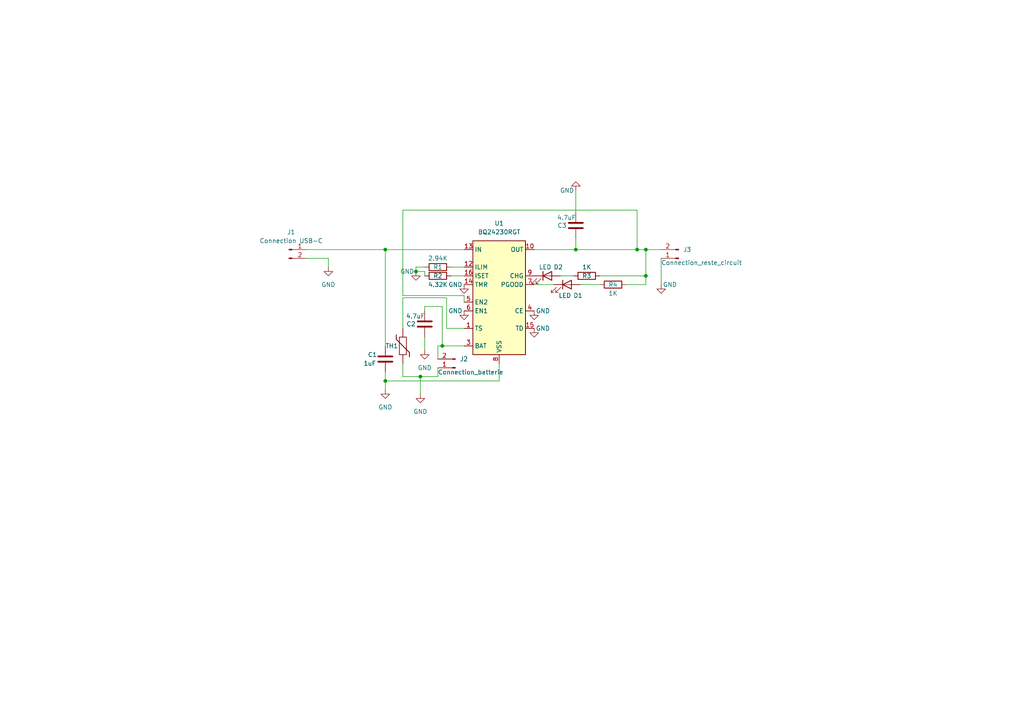
<source format=kicad_sch>
(kicad_sch (version 20211123) (generator eeschema)
  (paper "A4")
  (lib_symbols
    (symbol "Connector:Conn_01x02_Male" (pin_names (offset 1.016) hide)
      (property "Reference" "J" (at 0 2.54 0))
      (property "Value" "Conn_01x02_Male" (at 0 -5.08 0))
      (symbol "Conn_01x02_Male_1_1"
        (polyline (pts (xy 1.27 -2.54) (xy 0.8636 -2.54)) (stroke (width 0.1524)))
        (polyline (pts (xy 1.27 0) (xy 0.8636 0)) (stroke (width 0.1524)))
        (rectangle (start 0.8636 -2.413) (end 0 -2.667) (stroke (width 0.1524)) (fill (type outline)))
        (rectangle (start 0.8636 0.127) (end 0 -0.127) (stroke (width 0.1524)) (fill (type outline)))
        (pin passive line (at 5.08 0 180) (length 3.81) (name "Pin_1") (number "1"))
        (pin passive line (at 5.08 -2.54 180) (length 3.81) (name "Pin_2") (number "2"))
      )
    )
    (symbol "Device:C" (pin_numbers hide) (pin_names (offset 0.254))
      (property "Reference" "C" (at 0.635 2.54 0))
      (property "Value" "C" (at 0.635 -2.54 0))
      (symbol "C_0_1"
        (polyline (pts (xy -2.032 -0.762) (xy 2.032 -0.762)) (stroke (width 0.508)))
        (polyline (pts (xy -2.032 0.762) (xy 2.032 0.762)) (stroke (width 0.508)))
      )
      (symbol "C_1_1"
        (pin passive line (at 0 3.81 270) (length 2.794) (name "~") (number "1"))
        (pin passive line (at 0 -3.81 90) (length 2.794) (name "~") (number "2"))
      )
    )
    (symbol "Device:LED" (pin_numbers hide) (pin_names (offset 1.016) hide)
      (property "Reference" "D" (at 0 2.54 0))
      (property "Value" "LED" (at 0 -2.54 0))
      (symbol "LED_0_1"
        (polyline (pts (xy -1.27 -1.27) (xy -1.27 1.27)) (stroke (width 0.254)))
        (polyline (pts (xy -1.27 0) (xy 1.27 0)))
        (polyline (pts (xy 1.27 -1.27) (xy 1.27 1.27) (xy -1.27 0) (xy 1.27 -1.27)) (stroke (width 0.254)))
        (polyline (pts (xy -3.048 -0.762) (xy -4.572 -2.286) (xy -3.81 -2.286) (xy -4.572 -2.286) (xy -4.572 -1.524)))
        (polyline (pts (xy -1.778 -0.762) (xy -3.302 -2.286) (xy -2.54 -2.286) (xy -3.302 -2.286) (xy -3.302 -1.524)))
      )
      (symbol "LED_1_1"
        (pin passive line (at -3.81 0 0) (length 2.54) (name "K") (number "1"))
        (pin passive line (at 3.81 0 180) (length 2.54) (name "A") (number "2"))
      )
    )
    (symbol "Device:R" (pin_numbers hide) (pin_names (offset 0))
      (property "Reference" "R" (at 2.032 0 90))
      (property "Value" "R" (at 0 0 90))
      (symbol "R_0_1"
        (rectangle (start -1.016 -2.54) (end 1.016 2.54) (stroke (width 0.254)))
      )
      (symbol "R_1_1"
        (pin passive line (at 0 3.81 270) (length 1.27) (name "~") (number "1"))
        (pin passive line (at 0 -3.81 90) (length 1.27) (name "~") (number "2"))
      )
    )
    (symbol "Device:Thermistor" (pin_numbers hide) (pin_names (offset 0))
      (property "Reference" "TH" (at 2.54 1.27 90))
      (property "Value" "Thermistor" (at -2.54 0 90))
      (symbol "Thermistor_0_1"
        (rectangle (start -1.016 2.54) (end 1.016 -2.54) (stroke (width 0.2032)))
        (polyline (pts (xy -1.905 3.175) (xy -1.905 1.905) (xy 1.905 -1.905) (xy 1.905 -3.175) (xy 1.905 -3.175)) (stroke (width 0.254)))
      )
      (symbol "Thermistor_1_1"
        (pin passive line (at 0 5.08 270) (length 2.54) (name "~") (number "1"))
        (pin passive line (at 0 -5.08 90) (length 2.54) (name "~") (number "2"))
      )
    )
    (symbol "Power_Management:BQ24230RGT"
      (property "Reference" "U" (at -8.89 19.05 0))
      (property "Value" "BQ24230RGT" (at 5.08 19.05 0))
      (symbol "BQ24230RGT_0_1"
        (rectangle (start -7.62 17.78) (end 7.62 -15.24) (stroke (width 0.254)) (fill (type background)))
      )
      (symbol "BQ24230RGT_1_1"
        (pin passive line (at -10.16 -7.62 0) (length 2.54) (name "TS") (number "1"))
        (pin power_out line (at 10.16 15.24 180) (length 2.54) (name "OUT") (number "10"))
        (pin passive line (at 10.16 15.24 180) (length 2.54) hide (name "OUT") (number "11"))
        (pin passive line (at -10.16 10.16 0) (length 2.54) (name "ILIM") (number "12"))
        (pin power_in line (at -10.16 15.24 0) (length 2.54) (name "IN") (number "13"))
        (pin passive line (at -10.16 5.08 0) (length 2.54) (name "TMR") (number "14"))
        (pin input line (at 10.16 -7.62 180) (length 2.54) (name "TD") (number "15"))
        (pin passive line (at -10.16 7.62 0) (length 2.54) (name "ISET") (number "16"))
        (pin passive line (at 0 -17.78 90) (length 2.54) hide (name "VSS") (number "17"))
        (pin bidirectional line (at -10.16 -12.7 0) (length 2.54) hide (name "BAT") (number "2"))
        (pin bidirectional line (at -10.16 -12.7 0) (length 2.54) (name "BAT") (number "3"))
        (pin input line (at 10.16 -2.54 180) (length 2.54) (name "CE") (number "4"))
        (pin input line (at -10.16 0 0) (length 2.54) (name "EN2") (number "5"))
        (pin input line (at -10.16 -2.54 0) (length 2.54) (name "EN1") (number "6"))
        (pin open_collector line (at 10.16 5.08 180) (length 2.54) (name "PGOOD") (number "7"))
        (pin power_in line (at 0 -17.78 90) (length 2.54) (name "VSS") (number "8"))
        (pin open_collector line (at 10.16 7.62 180) (length 2.54) (name "CHG") (number "9"))
      )
    )
    (symbol "power:GND" (power) (pin_names (offset 0))
      (property "Value" "GND" (at 0 -3.81 0))
      (symbol "GND_0_1"
        (polyline (pts (xy 0 0) (xy 0 -1.27) (xy 1.27 -1.27) (xy 0 -2.54) (xy -1.27 -1.27) (xy 0 -1.27)))
      )
      (symbol "GND_1_1"
        (pin power_in line (at 0 0 270) (length 0) hide (name "GND") (number "1"))
      )
    )
  )
  (junction (at 167.005 72.39))
  (junction (at 111.76 72.39))
  (junction (at 187.325 72.39))
  (junction (at 121.92 109.22))
  (junction (at 184.785 72.39))
  (junction (at 111.76 110.49))
  (junction (at 120.65 78.74))
  (junction (at 128.27 100.33))
  (junction (at 187.325 80.01))
  (wire (pts (xy 116.84 109.22) (xy 121.92 109.22)))
  (wire (pts (xy 128.27 100.33) (xy 134.62 100.33)))
  (wire (pts (xy 173.99 80.01) (xy 187.325 80.01)))
  (wire (pts (xy 162.56 80.01) (xy 166.37 80.01)))
  (wire (pts (xy 144.78 110.49) (xy 144.78 105.41)))
  (wire (pts (xy 121.92 109.22) (xy 127 109.22)))
  (wire (pts (xy 127 100.33) (xy 128.27 100.33)))
  (wire (pts (xy 181.61 82.55) (xy 187.325 82.55)))
  (wire (pts (xy 167.005 69.215) (xy 167.005 72.39)))
  (wire (pts (xy 111.76 100.33) (xy 111.76 72.39)))
  (wire (pts (xy 184.785 60.96) (xy 184.785 72.39)))
  (wire (pts (xy 129.54 86.36) (xy 116.84 86.36)))
  (wire (pts (xy 129.54 95.25) (xy 129.54 86.36)))
  (wire (pts (xy 116.84 85.725) (xy 116.84 60.96)))
  (wire (pts (xy 111.76 107.95) (xy 111.76 110.49)))
  (wire (pts (xy 167.005 72.39) (xy 184.785 72.39)))
  (wire (pts (xy 120.65 77.47) (xy 120.65 78.74)))
  (wire (pts (xy 116.84 105.41) (xy 116.84 109.22)))
  (wire (pts (xy 88.9 72.39) (xy 111.76 72.39)))
  (wire (pts (xy 134.62 87.63) (xy 134.62 85.725)))
  (wire (pts (xy 168.275 82.55) (xy 173.99 82.55)))
  (wire (pts (xy 116.84 86.36) (xy 116.84 95.25)))
  (wire (pts (xy 191.77 74.93) (xy 191.77 82.55)))
  (wire (pts (xy 123.19 77.47) (xy 120.65 77.47)))
  (wire (pts (xy 88.9 74.93) (xy 95.25 74.93)))
  (wire (pts (xy 123.19 97.79) (xy 123.19 101.6)))
  (wire (pts (xy 123.19 88.9) (xy 128.27 88.9)))
  (wire (pts (xy 167.005 55.245) (xy 167.005 61.595)))
  (wire (pts (xy 154.94 82.55) (xy 160.655 82.55)))
  (wire (pts (xy 121.92 109.22) (xy 121.92 114.3)))
  (wire (pts (xy 123.19 78.74) (xy 120.65 78.74)))
  (wire (pts (xy 184.785 72.39) (xy 187.325 72.39)))
  (wire (pts (xy 154.94 72.39) (xy 167.005 72.39)))
  (wire (pts (xy 123.19 88.9) (xy 123.19 90.17)))
  (wire (pts (xy 134.62 95.25) (xy 129.54 95.25)))
  (wire (pts (xy 111.76 110.49) (xy 111.76 113.03)))
  (wire (pts (xy 187.325 82.55) (xy 187.325 80.01)))
  (wire (pts (xy 128.27 100.33) (xy 128.27 88.9)))
  (wire (pts (xy 134.62 85.725) (xy 116.84 85.725)))
  (wire (pts (xy 187.325 72.39) (xy 191.77 72.39)))
  (wire (pts (xy 130.81 80.01) (xy 134.62 80.01)))
  (wire (pts (xy 187.325 80.01) (xy 187.325 72.39)))
  (wire (pts (xy 116.84 60.96) (xy 184.785 60.96)))
  (wire (pts (xy 123.19 80.01) (xy 123.19 78.74)))
  (wire (pts (xy 111.76 110.49) (xy 144.78 110.49)))
  (wire (pts (xy 127 109.22) (xy 127 106.68)))
  (wire (pts (xy 111.76 72.39) (xy 134.62 72.39)))
  (wire (pts (xy 95.25 74.93) (xy 95.25 77.47)))
  (wire (pts (xy 130.81 77.47) (xy 134.62 77.47)))
  (wire (pts (xy 127 104.14) (xy 127 100.33)))
  (symbol (lib_id "Device:LED") (at 164.465 82.55 0) (unit 1)
    (property "Reference" "D1" (at 167.64 85.725 0))
    (property "Value" "LED" (at 163.83 85.725 0))
    (property "Footprint" "LED_THT:LED_Rectangular_W5.0mm_H2.0mm" (effects hide))
  )
  (symbol (lib_id "power:GND") (at 121.92 114.3 0) (unit 1)
    (property "Reference" "#PWR04" (effects hide))
    (property "Value" "GND" (at 121.92 119.38 0))
  )
  (symbol (lib_id "Power_Management:BQ24230RGT") (at 144.78 87.63 0) (unit 1)
    (property "Reference" "U1" (at 144.78 64.77 0))
    (property "Value" "BQ24230RGT" (at 144.78 67.31 0))
    (property "Footprint" "Package_DFN_QFN:VQFN-16-1EP_3x3mm_P0.5mm_EP1.68x1.68mm_ThermalVias" (effects hide))
    (property "Datasheet" "http://www.ti.com/cn/lit/ds/symlink/bq24230.pdf" (effects hide))
  )
  (symbol (lib_id "power:GND") (at 154.94 90.17 0) (unit 1)
    (property "Reference" "#PWR08" (effects hide))
    (property "Value" "GND" (at 157.48 90.17 0))
  )
  (symbol (lib_id "power:GND") (at 111.76 113.03 0) (unit 1)
    (property "Reference" "#PWR02" (effects hide))
    (property "Value" "GND" (at 111.76 118.11 0))
  )
  (symbol (lib_id "Device:C") (at 111.76 104.14 0) (unit 1)
    (property "Reference" "C1" (at 106.68 102.87 0) (effects (justify left)))
    (property "Value" "1uF" (at 105.41 105.41 0) (effects (justify left)))
    (property "Footprint" "Capacitor_THT:CP_Radial_D6.3mm_P2.50mm" (effects hide))
  )
  (symbol (lib_id "power:GND") (at 154.94 95.25 0) (unit 1)
    (property "Reference" "#PWR09" (effects hide))
    (property "Value" "GND" (at 157.48 95.25 0))
  )
  (symbol (lib_id "Device:C") (at 167.005 65.405 0) (unit 1)
    (property "Reference" "C3" (at 161.671 65.405 0) (effects (justify left)))
    (property "Value" "4.7uF" (at 161.544 63.119 0) (effects (justify left)))
    (property "Footprint" "Capacitor_THT:CP_Radial_D6.3mm_P2.50mm" (effects hide))
  )
  (symbol (lib_id "Device:R") (at 170.18 80.01 90) (unit 1)
    (property "Reference" "R3" (at 170.18 80.01 90))
    (property "Value" "1K" (at 170.18 77.47 90))
    (property "Footprint" "Resistor_THT:R_Axial_DIN0207_L6.3mm_D2.5mm_P7.62mm_Horizontal" (effects hide))
  )
  (symbol (lib_id "power:GND") (at 95.25 77.47 0) (unit 1)
    (property "Reference" "#PWR01" (effects hide))
    (property "Value" "GND" (at 95.25 82.55 0))
  )
  (symbol (lib_id "Device:R") (at 127 80.01 90) (unit 1)
    (property "Reference" "R2" (at 127 80.01 90))
    (property "Value" "4.32K" (at 127 82.55 90))
    (property "Footprint" "Resistor_THT:R_Axial_DIN0207_L6.3mm_D2.5mm_P7.62mm_Horizontal" (effects hide))
  )
  (symbol (lib_id "Connector:Conn_01x02_Male") (at 196.85 74.93 180) (unit 1)
    (property "Reference" "J3" (at 198.12 72.3899 0) (effects (justify right)))
    (property "Value" "Connection_reste_circuit" (at 191.77 76.2 0) (effects (justify right)))
    (property "Footprint" "Connector_PinHeader_1.00mm:PinHeader_1x02_P1.00mm_Vertical" (effects hide))
  )
  (symbol (lib_id "power:GND") (at 120.65 78.74 0) (unit 1)
    (property "Reference" "#PWR03" (effects hide))
    (property "Value" "GND" (at 118.11 78.74 0))
  )
  (symbol (lib_id "Device:LED") (at 158.75 80.01 0) (unit 1)
    (property "Reference" "D2" (at 161.925 77.47 0))
    (property "Value" "LED" (at 158.115 77.47 0))
    (property "Footprint" "LED_THT:LED_Rectangular_W5.0mm_H2.0mm" (effects hide))
  )
  (symbol (lib_id "Device:Thermistor") (at 116.84 100.33 0) (unit 1)
    (property "Reference" "TH1" (at 111.76 100.33 0) (effects (justify left)))
    (property "Value" "Thermistor" (effects hide))
    (property "Footprint" "Resistor_THT:R_Axial_DIN0207_L6.3mm_D2.5mm_P7.62mm_Horizontal" (effects hide))
  )
  (symbol (lib_id "power:GND") (at 191.77 82.55 0) (unit 1)
    (property "Reference" "#PWR011" (effects hide))
    (property "Value" "GND" (at 194.31 82.55 0))
  )
  (symbol (lib_id "power:GND") (at 134.62 90.17 0) (unit 1)
    (property "Reference" "#PWR07" (effects hide))
    (property "Value" "GND" (at 132.08 90.17 0))
  )
  (symbol (lib_id "Device:R") (at 127 77.47 90) (unit 1)
    (property "Reference" "R1" (at 127 77.47 90))
    (property "Value" "2.94K" (at 127 74.93 90))
    (property "Footprint" "Resistor_THT:R_Axial_DIN0207_L6.3mm_D2.5mm_P7.62mm_Horizontal" (effects hide))
  )
  (symbol (lib_id "Device:R") (at 177.8 82.55 90) (unit 1)
    (property "Reference" "R4" (at 177.8 82.55 90))
    (property "Value" "1K" (at 177.8 85.09 90))
    (property "Footprint" "Resistor_THT:R_Axial_DIN0207_L6.3mm_D2.5mm_P7.62mm_Horizontal" (effects hide))
  )
  (symbol (lib_id "Connector:Conn_01x02_Male") (at 132.08 106.68 180) (unit 1)
    (property "Reference" "J2" (at 133.35 104.1399 0) (effects (justify right)))
    (property "Value" "Connection_batterie" (at 127 107.95 0) (effects (justify right)))
    (property "Footprint" "Connector_PinHeader_1.00mm:PinHeader_1x02_P1.00mm_Vertical" (effects hide))
  )
  (symbol (lib_id "power:GND") (at 134.62 82.55 0) (unit 1)
    (property "Reference" "#PWR06" (effects hide))
    (property "Value" "GND" (at 132.08 82.55 0))
  )
  (symbol (lib_id "Device:C") (at 123.19 93.98 0) (unit 1)
    (property "Reference" "C2" (at 117.856 93.98 0) (effects (justify left)))
    (property "Value" "4.7uF" (at 117.729 91.694 0) (effects (justify left)))
    (property "Footprint" "Capacitor_THT:CP_Radial_D6.3mm_P2.50mm" (effects hide))
  )
  (symbol (lib_id "power:GND") (at 167.005 55.245 180) (unit 1)
    (property "Reference" "#PWR010" (effects hide))
    (property "Value" "GND" (at 164.465 55.245 0))
  )
  (symbol (lib_id "Connector:Conn_01x02_Male") (at 83.82 72.39 0) (unit 1)
    (property "Reference" "J1" (at 84.455 67.31 0))
    (property "Value" "Connection USB-C" (at 84.455 69.85 0))
    (property "Footprint" "Connector_PinHeader_1.00mm:PinHeader_1x02_P1.00mm_Vertical" (effects hide))
  )
  (symbol (lib_id "power:GND") (at 123.19 101.6 0) (unit 1)
    (property "Reference" "#PWR05" (effects hide))
    (property "Value" "GND" (at 123.19 106.68 0))
  )
)
</source>
